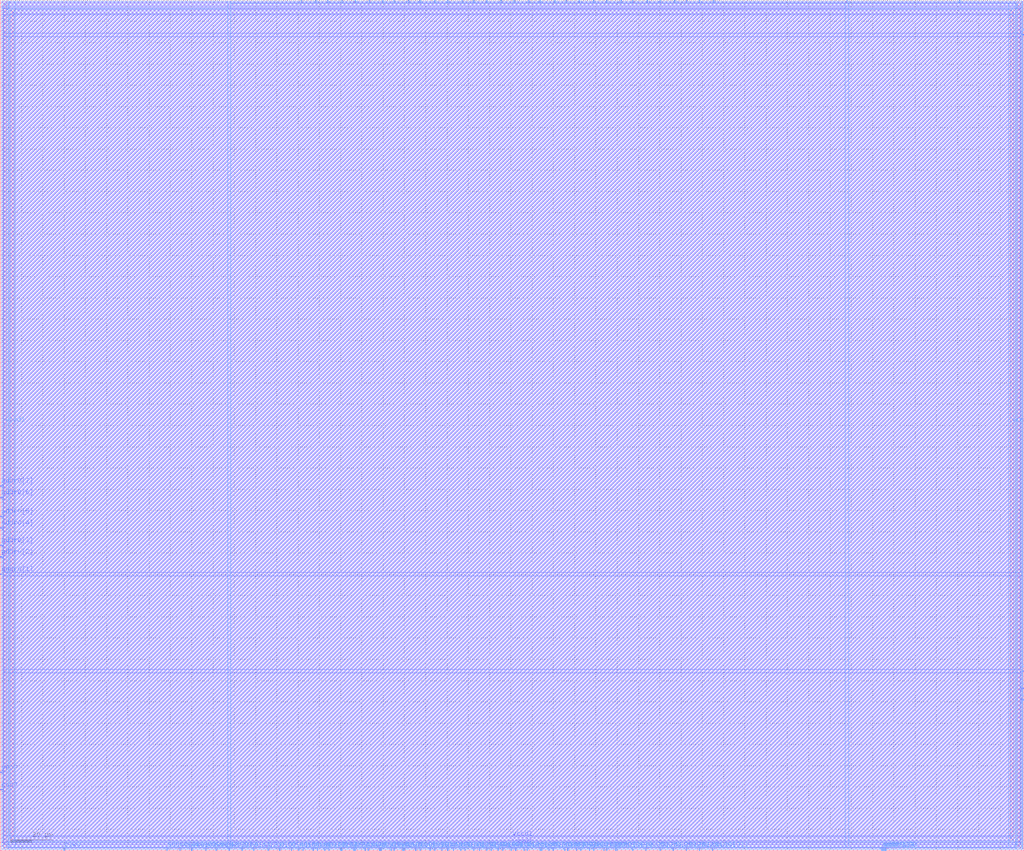
<source format=lef>
VERSION 5.4 ;
NAMESCASESENSITIVE ON ;
BUSBITCHARS "[]" ;
DIVIDERCHAR "/" ;
UNITS
  DATABASE MICRONS 1000 ;
END UNITS
MACRO sky130_sram_1kbyte_1rw1r_32x256_8
   CLASS BLOCK ;
   SIZE 481.14 BY 400.22 ;
   SYMMETRY X Y R90 ;
   PIN din0[0]
      DIRECTION INPUT ;
      PORT
         LAYER met4 ;
         RECT  107.44 0.0 107.82 1.06 ;
      END
   END din0[0]
   PIN din0[1]
      DIRECTION INPUT ;
      PORT
         LAYER met4 ;
         RECT  113.56 0.0 113.94 1.06 ;
      END
   END din0[1]
   PIN din0[2]
      DIRECTION INPUT ;
      PORT
         LAYER met4 ;
         RECT  119.0 0.0 119.38 1.06 ;
      END
   END din0[2]
   PIN din0[3]
      DIRECTION INPUT ;
      PORT
         LAYER met4 ;
         RECT  125.8 0.0 126.18 1.06 ;
      END
   END din0[3]
   PIN din0[4]
      DIRECTION INPUT ;
      PORT
         LAYER met4 ;
         RECT  131.24 0.0 131.62 1.06 ;
      END
   END din0[4]
   PIN din0[5]
      DIRECTION INPUT ;
      PORT
         LAYER met4 ;
         RECT  136.68 0.0 137.06 1.06 ;
      END
   END din0[5]
   PIN din0[6]
      DIRECTION INPUT ;
      PORT
         LAYER met4 ;
         RECT  142.12 0.0 142.5 1.06 ;
      END
   END din0[6]
   PIN din0[7]
      DIRECTION INPUT ;
      PORT
         LAYER met4 ;
         RECT  148.92 0.0 149.3 1.06 ;
      END
   END din0[7]
   PIN din0[8]
      DIRECTION INPUT ;
      PORT
         LAYER met4 ;
         RECT  154.36 0.0 154.74 1.06 ;
      END
   END din0[8]
   PIN din0[9]
      DIRECTION INPUT ;
      PORT
         LAYER met4 ;
         RECT  159.8 0.0 160.18 1.06 ;
      END
   END din0[9]
   PIN din0[10]
      DIRECTION INPUT ;
      PORT
         LAYER met4 ;
         RECT  165.92 0.0 166.3 1.06 ;
      END
   END din0[10]
   PIN din0[11]
      DIRECTION INPUT ;
      PORT
         LAYER met4 ;
         RECT  171.36 0.0 171.74 1.06 ;
      END
   END din0[11]
   PIN din0[12]
      DIRECTION INPUT ;
      PORT
         LAYER met4 ;
         RECT  178.16 0.0 178.54 1.06 ;
      END
   END din0[12]
   PIN din0[13]
      DIRECTION INPUT ;
      PORT
         LAYER met4 ;
         RECT  183.6 0.0 183.98 1.06 ;
      END
   END din0[13]
   PIN din0[14]
      DIRECTION INPUT ;
      PORT
         LAYER met4 ;
         RECT  189.04 0.0 189.42 1.06 ;
      END
   END din0[14]
   PIN din0[15]
      DIRECTION INPUT ;
      PORT
         LAYER met4 ;
         RECT  195.16 0.0 195.54 1.06 ;
      END
   END din0[15]
   PIN din0[16]
      DIRECTION INPUT ;
      PORT
         LAYER met4 ;
         RECT  201.96 0.0 202.34 1.06 ;
      END
   END din0[16]
   PIN din0[17]
      DIRECTION INPUT ;
      PORT
         LAYER met4 ;
         RECT  207.4 0.0 207.78 1.06 ;
      END
   END din0[17]
   PIN din0[18]
      DIRECTION INPUT ;
      PORT
         LAYER met4 ;
         RECT  212.84 0.0 213.22 1.06 ;
      END
   END din0[18]
   PIN din0[19]
      DIRECTION INPUT ;
      PORT
         LAYER met4 ;
         RECT  218.28 0.0 218.66 1.06 ;
      END
   END din0[19]
   PIN din0[20]
      DIRECTION INPUT ;
      PORT
         LAYER met4 ;
         RECT  225.08 0.0 225.46 1.06 ;
      END
   END din0[20]
   PIN din0[21]
      DIRECTION INPUT ;
      PORT
         LAYER met4 ;
         RECT  230.52 0.0 230.9 1.06 ;
      END
   END din0[21]
   PIN din0[22]
      DIRECTION INPUT ;
      PORT
         LAYER met4 ;
         RECT  235.96 0.0 236.34 1.06 ;
      END
   END din0[22]
   PIN din0[23]
      DIRECTION INPUT ;
      PORT
         LAYER met4 ;
         RECT  242.08 0.0 242.46 1.06 ;
      END
   END din0[23]
   PIN din0[24]
      DIRECTION INPUT ;
      PORT
         LAYER met4 ;
         RECT  247.52 0.0 247.9 1.06 ;
      END
   END din0[24]
   PIN din0[25]
      DIRECTION INPUT ;
      PORT
         LAYER met4 ;
         RECT  254.32 0.0 254.7 1.06 ;
      END
   END din0[25]
   PIN din0[26]
      DIRECTION INPUT ;
      PORT
         LAYER met4 ;
         RECT  259.76 0.0 260.14 1.06 ;
      END
   END din0[26]
   PIN din0[27]
      DIRECTION INPUT ;
      PORT
         LAYER met4 ;
         RECT  265.2 0.0 265.58 1.06 ;
      END
   END din0[27]
   PIN din0[28]
      DIRECTION INPUT ;
      PORT
         LAYER met4 ;
         RECT  270.64 0.0 271.02 1.06 ;
      END
   END din0[28]
   PIN din0[29]
      DIRECTION INPUT ;
      PORT
         LAYER met4 ;
         RECT  276.76 0.0 277.14 1.06 ;
      END
   END din0[29]
   PIN din0[30]
      DIRECTION INPUT ;
      PORT
         LAYER met4 ;
         RECT  283.56 0.0 283.94 1.06 ;
      END
   END din0[30]
   PIN din0[31]
      DIRECTION INPUT ;
      PORT
         LAYER met4 ;
         RECT  289.0 0.0 289.38 1.06 ;
      END
   END din0[31]
   PIN addr0[0]
      DIRECTION INPUT ;
      PORT
         LAYER met4 ;
         RECT  78.2 0.0 78.58 1.06 ;
      END
   END addr0[0]
   PIN addr0[1]
      DIRECTION INPUT ;
      PORT
         LAYER met3 ;
         RECT  0.0 129.88 1.06 130.26 ;
      END
   END addr0[1]
   PIN addr0[2]
      DIRECTION INPUT ;
      PORT
         LAYER met3 ;
         RECT  0.0 138.04 1.06 138.42 ;
      END
   END addr0[2]
   PIN addr0[3]
      DIRECTION INPUT ;
      PORT
         LAYER met3 ;
         RECT  0.0 143.48 1.06 143.86 ;
      END
   END addr0[3]
   PIN addr0[4]
      DIRECTION INPUT ;
      PORT
         LAYER met3 ;
         RECT  0.0 151.64 1.06 152.02 ;
      END
   END addr0[4]
   PIN addr0[5]
      DIRECTION INPUT ;
      PORT
         LAYER met3 ;
         RECT  0.0 157.08 1.06 157.46 ;
      END
   END addr0[5]
   PIN addr0[6]
      DIRECTION INPUT ;
      PORT
         LAYER met3 ;
         RECT  0.0 165.92 1.06 166.3 ;
      END
   END addr0[6]
   PIN addr0[7]
      DIRECTION INPUT ;
      PORT
         LAYER met3 ;
         RECT  0.0 171.36 1.06 171.74 ;
      END
   END addr0[7]
   PIN addr1[0]
      DIRECTION INPUT ;
      PORT
         LAYER met4 ;
         RECT  397.8 399.16 398.18 400.22 ;
      END
   END addr1[0]
   PIN addr1[1]
      DIRECTION INPUT ;
      PORT
         LAYER met3 ;
         RECT  480.08 84.32 481.14 84.7 ;
      END
   END addr1[1]
   PIN addr1[2]
      DIRECTION INPUT ;
      PORT
         LAYER met3 ;
         RECT  480.08 76.16 481.14 76.54 ;
      END
   END addr1[2]
   PIN addr1[3]
      DIRECTION INPUT ;
      PORT
         LAYER met3 ;
         RECT  480.08 70.72 481.14 71.1 ;
      END
   END addr1[3]
   PIN addr1[4]
      DIRECTION INPUT ;
      PORT
         LAYER met4 ;
         RECT  416.16 0.0 416.54 1.06 ;
      END
   END addr1[4]
   PIN addr1[5]
      DIRECTION INPUT ;
      PORT
         LAYER met4 ;
         RECT  414.12 0.0 414.5 1.06 ;
      END
   END addr1[5]
   PIN addr1[6]
      DIRECTION INPUT ;
      PORT
         LAYER met4 ;
         RECT  414.8 0.0 415.18 1.06 ;
      END
   END addr1[6]
   PIN addr1[7]
      DIRECTION INPUT ;
      PORT
         LAYER met4 ;
         RECT  415.48 0.0 415.86 1.06 ;
      END
   END addr1[7]
   PIN csb0
      DIRECTION INPUT ;
      PORT
         LAYER met3 ;
         RECT  0.0 28.56 1.06 28.94 ;
      END
   END csb0
   PIN csb1
      DIRECTION INPUT ;
      PORT
         LAYER met3 ;
         RECT  480.08 383.52 481.14 383.9 ;
      END
   END csb1
   PIN web0
      DIRECTION INPUT ;
      PORT
         LAYER met3 ;
         RECT  0.0 36.72 1.06 37.1 ;
      END
   END web0
   PIN clk0
      DIRECTION INPUT ;
      PORT
         LAYER met4 ;
         RECT  29.92 0.0 30.3 1.06 ;
      END
   END clk0
   PIN clk1
      DIRECTION INPUT ;
      PORT
         LAYER met4 ;
         RECT  450.84 399.16 451.22 400.22 ;
      END
   END clk1
   PIN wmask0[0]
      DIRECTION INPUT ;
      PORT
         LAYER met4 ;
         RECT  84.32 0.0 84.7 1.06 ;
      END
   END wmask0[0]
   PIN wmask0[1]
      DIRECTION INPUT ;
      PORT
         LAYER met4 ;
         RECT  89.76 0.0 90.14 1.06 ;
      END
   END wmask0[1]
   PIN wmask0[2]
      DIRECTION INPUT ;
      PORT
         LAYER met4 ;
         RECT  96.56 0.0 96.94 1.06 ;
      END
   END wmask0[2]
   PIN wmask0[3]
      DIRECTION INPUT ;
      PORT
         LAYER met4 ;
         RECT  101.32 0.0 101.7 1.06 ;
      END
   END wmask0[3]
   PIN dout0[0]
      DIRECTION OUTPUT ;
      PORT
         LAYER met4 ;
         RECT  140.08 0.0 140.46 1.06 ;
      END
   END dout0[0]
   PIN dout0[1]
      DIRECTION OUTPUT ;
      PORT
         LAYER met4 ;
         RECT  146.88 0.0 147.26 1.06 ;
      END
   END dout0[1]
   PIN dout0[2]
      DIRECTION OUTPUT ;
      PORT
         LAYER met4 ;
         RECT  152.32 0.0 152.7 1.06 ;
      END
   END dout0[2]
   PIN dout0[3]
      DIRECTION OUTPUT ;
      PORT
         LAYER met4 ;
         RECT  160.48 0.0 160.86 1.06 ;
      END
   END dout0[3]
   PIN dout0[4]
      DIRECTION OUTPUT ;
      PORT
         LAYER met4 ;
         RECT  166.6 0.0 166.98 1.06 ;
      END
   END dout0[4]
   PIN dout0[5]
      DIRECTION OUTPUT ;
      PORT
         LAYER met4 ;
         RECT  172.72 0.0 173.1 1.06 ;
      END
   END dout0[5]
   PIN dout0[6]
      DIRECTION OUTPUT ;
      PORT
         LAYER met4 ;
         RECT  178.84 0.0 179.22 1.06 ;
      END
   END dout0[6]
   PIN dout0[7]
      DIRECTION OUTPUT ;
      PORT
         LAYER met4 ;
         RECT  184.96 0.0 185.34 1.06 ;
      END
   END dout0[7]
   PIN dout0[8]
      DIRECTION OUTPUT ;
      PORT
         LAYER met4 ;
         RECT  189.72 0.0 190.1 1.06 ;
      END
   END dout0[8]
   PIN dout0[9]
      DIRECTION OUTPUT ;
      PORT
         LAYER met4 ;
         RECT  197.2 0.0 197.58 1.06 ;
      END
   END dout0[9]
   PIN dout0[10]
      DIRECTION OUTPUT ;
      PORT
         LAYER met4 ;
         RECT  204.0 0.0 204.38 1.06 ;
      END
   END dout0[10]
   PIN dout0[11]
      DIRECTION OUTPUT ;
      PORT
         LAYER met4 ;
         RECT  210.12 0.0 210.5 1.06 ;
      END
   END dout0[11]
   PIN dout0[12]
      DIRECTION OUTPUT ;
      PORT
         LAYER met4 ;
         RECT  216.24 0.0 216.62 1.06 ;
      END
   END dout0[12]
   PIN dout0[13]
      DIRECTION OUTPUT ;
      PORT
         LAYER met4 ;
         RECT  222.36 0.0 222.74 1.06 ;
      END
   END dout0[13]
   PIN dout0[14]
      DIRECTION OUTPUT ;
      PORT
         LAYER met4 ;
         RECT  228.48 0.0 228.86 1.06 ;
      END
   END dout0[14]
   PIN dout0[15]
      DIRECTION OUTPUT ;
      PORT
         LAYER met4 ;
         RECT  233.92 0.0 234.3 1.06 ;
      END
   END dout0[15]
   PIN dout0[16]
      DIRECTION OUTPUT ;
      PORT
         LAYER met4 ;
         RECT  240.04 0.0 240.42 1.06 ;
      END
   END dout0[16]
   PIN dout0[17]
      DIRECTION OUTPUT ;
      PORT
         LAYER met4 ;
         RECT  246.16 0.0 246.54 1.06 ;
      END
   END dout0[17]
   PIN dout0[18]
      DIRECTION OUTPUT ;
      PORT
         LAYER met4 ;
         RECT  253.64 0.0 254.02 1.06 ;
      END
   END dout0[18]
   PIN dout0[19]
      DIRECTION OUTPUT ;
      PORT
         LAYER met4 ;
         RECT  257.72 0.0 258.1 1.06 ;
      END
   END dout0[19]
   PIN dout0[20]
      DIRECTION OUTPUT ;
      PORT
         LAYER met4 ;
         RECT  266.56 0.0 266.94 1.06 ;
      END
   END dout0[20]
   PIN dout0[21]
      DIRECTION OUTPUT ;
      PORT
         LAYER met4 ;
         RECT  272.68 0.0 273.06 1.06 ;
      END
   END dout0[21]
   PIN dout0[22]
      DIRECTION OUTPUT ;
      PORT
         LAYER met4 ;
         RECT  278.8 0.0 279.18 1.06 ;
      END
   END dout0[22]
   PIN dout0[23]
      DIRECTION OUTPUT ;
      PORT
         LAYER met4 ;
         RECT  284.92 0.0 285.3 1.06 ;
      END
   END dout0[23]
   PIN dout0[24]
      DIRECTION OUTPUT ;
      PORT
         LAYER met4 ;
         RECT  289.68 0.0 290.06 1.06 ;
      END
   END dout0[24]
   PIN dout0[25]
      DIRECTION OUTPUT ;
      PORT
         LAYER met4 ;
         RECT  297.16 0.0 297.54 1.06 ;
      END
   END dout0[25]
   PIN dout0[26]
      DIRECTION OUTPUT ;
      PORT
         LAYER met4 ;
         RECT  303.28 0.0 303.66 1.06 ;
      END
   END dout0[26]
   PIN dout0[27]
      DIRECTION OUTPUT ;
      PORT
         LAYER met4 ;
         RECT  310.08 0.0 310.46 1.06 ;
      END
   END dout0[27]
   PIN dout0[28]
      DIRECTION OUTPUT ;
      PORT
         LAYER met4 ;
         RECT  316.2 0.0 316.58 1.06 ;
      END
   END dout0[28]
   PIN dout0[29]
      DIRECTION OUTPUT ;
      PORT
         LAYER met4 ;
         RECT  322.32 0.0 322.7 1.06 ;
      END
   END dout0[29]
   PIN dout0[30]
      DIRECTION OUTPUT ;
      PORT
         LAYER met4 ;
         RECT  328.44 0.0 328.82 1.06 ;
      END
   END dout0[30]
   PIN dout0[31]
      DIRECTION OUTPUT ;
      PORT
         LAYER met4 ;
         RECT  334.56 0.0 334.94 1.06 ;
      END
   END dout0[31]
   PIN dout1[0]
      DIRECTION OUTPUT ;
      PORT
         LAYER met4 ;
         RECT  141.44 399.16 141.82 400.22 ;
      END
   END dout1[0]
   PIN dout1[1]
      DIRECTION OUTPUT ;
      PORT
         LAYER met4 ;
         RECT  148.24 399.16 148.62 400.22 ;
      END
   END dout1[1]
   PIN dout1[2]
      DIRECTION OUTPUT ;
      PORT
         LAYER met4 ;
         RECT  153.68 399.16 154.06 400.22 ;
      END
   END dout1[2]
   PIN dout1[3]
      DIRECTION OUTPUT ;
      PORT
         LAYER met4 ;
         RECT  160.48 399.16 160.86 400.22 ;
      END
   END dout1[3]
   PIN dout1[4]
      DIRECTION OUTPUT ;
      PORT
         LAYER met4 ;
         RECT  166.6 399.16 166.98 400.22 ;
      END
   END dout1[4]
   PIN dout1[5]
      DIRECTION OUTPUT ;
      PORT
         LAYER met4 ;
         RECT  173.4 399.16 173.78 400.22 ;
      END
   END dout1[5]
   PIN dout1[6]
      DIRECTION OUTPUT ;
      PORT
         LAYER met4 ;
         RECT  179.52 399.16 179.9 400.22 ;
      END
   END dout1[6]
   PIN dout1[7]
      DIRECTION OUTPUT ;
      PORT
         LAYER met4 ;
         RECT  184.96 399.16 185.34 400.22 ;
      END
   END dout1[7]
   PIN dout1[8]
      DIRECTION OUTPUT ;
      PORT
         LAYER met4 ;
         RECT  191.76 399.16 192.14 400.22 ;
      END
   END dout1[8]
   PIN dout1[9]
      DIRECTION OUTPUT ;
      PORT
         LAYER met4 ;
         RECT  197.2 399.16 197.58 400.22 ;
      END
   END dout1[9]
   PIN dout1[10]
      DIRECTION OUTPUT ;
      PORT
         LAYER met4 ;
         RECT  204.0 399.16 204.38 400.22 ;
      END
   END dout1[10]
   PIN dout1[11]
      DIRECTION OUTPUT ;
      PORT
         LAYER met4 ;
         RECT  210.12 399.16 210.5 400.22 ;
      END
   END dout1[11]
   PIN dout1[12]
      DIRECTION OUTPUT ;
      PORT
         LAYER met4 ;
         RECT  216.92 399.16 217.3 400.22 ;
      END
   END dout1[12]
   PIN dout1[13]
      DIRECTION OUTPUT ;
      PORT
         LAYER met4 ;
         RECT  222.36 399.16 222.74 400.22 ;
      END
   END dout1[13]
   PIN dout1[14]
      DIRECTION OUTPUT ;
      PORT
         LAYER met4 ;
         RECT  228.48 399.16 228.86 400.22 ;
      END
   END dout1[14]
   PIN dout1[15]
      DIRECTION OUTPUT ;
      PORT
         LAYER met4 ;
         RECT  235.28 399.16 235.66 400.22 ;
      END
   END dout1[15]
   PIN dout1[16]
      DIRECTION OUTPUT ;
      PORT
         LAYER met4 ;
         RECT  241.4 399.16 241.78 400.22 ;
      END
   END dout1[16]
   PIN dout1[17]
      DIRECTION OUTPUT ;
      PORT
         LAYER met4 ;
         RECT  248.2 399.16 248.58 400.22 ;
      END
   END dout1[17]
   PIN dout1[18]
      DIRECTION OUTPUT ;
      PORT
         LAYER met4 ;
         RECT  253.64 399.16 254.02 400.22 ;
      END
   END dout1[18]
   PIN dout1[19]
      DIRECTION OUTPUT ;
      PORT
         LAYER met4 ;
         RECT  260.44 399.16 260.82 400.22 ;
      END
   END dout1[19]
   PIN dout1[20]
      DIRECTION OUTPUT ;
      PORT
         LAYER met4 ;
         RECT  265.88 399.16 266.26 400.22 ;
      END
   END dout1[20]
   PIN dout1[21]
      DIRECTION OUTPUT ;
      PORT
         LAYER met4 ;
         RECT  272.0 399.16 272.38 400.22 ;
      END
   END dout1[21]
   PIN dout1[22]
      DIRECTION OUTPUT ;
      PORT
         LAYER met4 ;
         RECT  278.8 399.16 279.18 400.22 ;
      END
   END dout1[22]
   PIN dout1[23]
      DIRECTION OUTPUT ;
      PORT
         LAYER met4 ;
         RECT  284.92 399.16 285.3 400.22 ;
      END
   END dout1[23]
   PIN dout1[24]
      DIRECTION OUTPUT ;
      PORT
         LAYER met4 ;
         RECT  291.72 399.16 292.1 400.22 ;
      END
   END dout1[24]
   PIN dout1[25]
      DIRECTION OUTPUT ;
      PORT
         LAYER met4 ;
         RECT  297.16 399.16 297.54 400.22 ;
      END
   END dout1[25]
   PIN dout1[26]
      DIRECTION OUTPUT ;
      PORT
         LAYER met4 ;
         RECT  303.96 399.16 304.34 400.22 ;
      END
   END dout1[26]
   PIN dout1[27]
      DIRECTION OUTPUT ;
      PORT
         LAYER met4 ;
         RECT  310.08 399.16 310.46 400.22 ;
      END
   END dout1[27]
   PIN dout1[28]
      DIRECTION OUTPUT ;
      PORT
         LAYER met4 ;
         RECT  316.88 399.16 317.26 400.22 ;
      END
   END dout1[28]
   PIN dout1[29]
      DIRECTION OUTPUT ;
      PORT
         LAYER met4 ;
         RECT  322.32 399.16 322.7 400.22 ;
      END
   END dout1[29]
   PIN dout1[30]
      DIRECTION OUTPUT ;
      PORT
         LAYER met4 ;
         RECT  328.44 399.16 328.82 400.22 ;
      END
   END dout1[30]
   PIN dout1[31]
      DIRECTION OUTPUT ;
      PORT
         LAYER met4 ;
         RECT  335.24 399.16 335.62 400.22 ;
      END
   END dout1[31]
   PIN vccd1
      DIRECTION INOUT ;
      USE POWER ; 
      SHAPE ABUTMENT ; 
      PORT
         LAYER met4 ;
         RECT  4.76 4.76 6.5 395.46 ;
         LAYER met4 ;
         RECT  474.64 4.76 476.38 395.46 ;
         LAYER met3 ;
         RECT  4.76 393.72 476.38 395.46 ;
         LAYER met3 ;
         RECT  4.76 4.76 476.38 6.5 ;
      END
   END vccd1
   PIN vssd1
      DIRECTION INOUT ;
      USE GROUND ; 
      SHAPE ABUTMENT ; 
      PORT
         LAYER met4 ;
         RECT  478.04 1.36 479.78 398.86 ;
         LAYER met3 ;
         RECT  1.36 397.12 479.78 398.86 ;
         LAYER met4 ;
         RECT  1.36 1.36 3.1 398.86 ;
         LAYER met3 ;
         RECT  1.36 1.36 479.78 3.1 ;
      END
   END vssd1
   OBS
   LAYER  met1 ;
      RECT  0.62 0.62 480.52 399.6 ;
   LAYER  met2 ;
      RECT  0.62 0.62 480.52 399.6 ;
   LAYER  met3 ;
      RECT  1.66 129.28 480.52 130.86 ;
      RECT  0.62 130.86 1.66 137.44 ;
      RECT  0.62 139.02 1.66 142.88 ;
      RECT  0.62 144.46 1.66 151.04 ;
      RECT  0.62 152.62 1.66 156.48 ;
      RECT  0.62 158.06 1.66 165.32 ;
      RECT  0.62 166.9 1.66 170.76 ;
      RECT  1.66 83.72 479.48 85.3 ;
      RECT  1.66 85.3 479.48 129.28 ;
      RECT  479.48 85.3 480.52 129.28 ;
      RECT  479.48 77.14 480.52 83.72 ;
      RECT  479.48 71.7 480.52 75.56 ;
      RECT  1.66 130.86 479.48 382.92 ;
      RECT  1.66 382.92 479.48 384.5 ;
      RECT  479.48 130.86 480.52 382.92 ;
      RECT  0.62 29.54 1.66 36.12 ;
      RECT  0.62 37.7 1.66 129.28 ;
      RECT  1.66 384.5 4.16 393.12 ;
      RECT  1.66 393.12 4.16 396.06 ;
      RECT  4.16 384.5 476.98 393.12 ;
      RECT  476.98 384.5 479.48 393.12 ;
      RECT  476.98 393.12 479.48 396.06 ;
      RECT  1.66 4.16 4.16 7.1 ;
      RECT  1.66 7.1 4.16 83.72 ;
      RECT  4.16 7.1 476.98 83.72 ;
      RECT  476.98 4.16 479.48 7.1 ;
      RECT  476.98 7.1 479.48 83.72 ;
      RECT  0.62 172.34 0.76 396.52 ;
      RECT  0.62 396.52 0.76 399.46 ;
      RECT  0.62 399.46 0.76 399.6 ;
      RECT  0.76 172.34 1.66 396.52 ;
      RECT  0.76 399.46 1.66 399.6 ;
      RECT  479.48 384.5 480.38 396.52 ;
      RECT  479.48 399.46 480.38 399.6 ;
      RECT  480.38 384.5 480.52 396.52 ;
      RECT  480.38 396.52 480.52 399.46 ;
      RECT  480.38 399.46 480.52 399.6 ;
      RECT  1.66 396.06 4.16 396.52 ;
      RECT  1.66 399.46 4.16 399.6 ;
      RECT  4.16 396.06 476.98 396.52 ;
      RECT  4.16 399.46 476.98 399.6 ;
      RECT  476.98 396.06 479.48 396.52 ;
      RECT  476.98 399.46 479.48 399.6 ;
      RECT  479.48 0.62 480.38 0.76 ;
      RECT  479.48 3.7 480.38 70.12 ;
      RECT  480.38 0.62 480.52 0.76 ;
      RECT  480.38 0.76 480.52 3.7 ;
      RECT  480.38 3.7 480.52 70.12 ;
      RECT  0.62 0.62 0.76 0.76 ;
      RECT  0.62 0.76 0.76 3.7 ;
      RECT  0.62 3.7 0.76 27.96 ;
      RECT  0.76 0.62 1.66 0.76 ;
      RECT  0.76 3.7 1.66 27.96 ;
      RECT  1.66 0.62 4.16 0.76 ;
      RECT  1.66 3.7 4.16 4.16 ;
      RECT  4.16 0.62 476.98 0.76 ;
      RECT  4.16 3.7 476.98 4.16 ;
      RECT  476.98 0.62 479.48 0.76 ;
      RECT  476.98 3.7 479.48 4.16 ;
   LAYER  met4 ;
      RECT  106.84 1.66 108.42 399.6 ;
      RECT  108.42 0.62 112.96 1.66 ;
      RECT  114.54 0.62 118.4 1.66 ;
      RECT  119.98 0.62 125.2 1.66 ;
      RECT  126.78 0.62 130.64 1.66 ;
      RECT  132.22 0.62 136.08 1.66 ;
      RECT  155.34 0.62 159.2 1.66 ;
      RECT  260.74 0.62 264.6 1.66 ;
      RECT  108.42 1.66 397.2 398.56 ;
      RECT  397.2 1.66 398.78 398.56 ;
      RECT  30.9 0.62 77.6 1.66 ;
      RECT  398.78 398.56 450.24 399.6 ;
      RECT  79.18 0.62 83.72 1.66 ;
      RECT  85.3 0.62 89.16 1.66 ;
      RECT  90.74 0.62 95.96 1.66 ;
      RECT  97.54 0.62 100.72 1.66 ;
      RECT  102.3 0.62 106.84 1.66 ;
      RECT  137.66 0.62 139.48 1.66 ;
      RECT  141.06 0.62 141.52 1.66 ;
      RECT  143.1 0.62 146.28 1.66 ;
      RECT  147.86 0.62 148.32 1.66 ;
      RECT  149.9 0.62 151.72 1.66 ;
      RECT  153.3 0.62 153.76 1.66 ;
      RECT  161.46 0.62 165.32 1.66 ;
      RECT  167.58 0.62 170.76 1.66 ;
      RECT  173.7 0.62 177.56 1.66 ;
      RECT  179.82 0.62 183.0 1.66 ;
      RECT  185.94 0.62 188.44 1.66 ;
      RECT  190.7 0.62 194.56 1.66 ;
      RECT  196.14 0.62 196.6 1.66 ;
      RECT  198.18 0.62 201.36 1.66 ;
      RECT  202.94 0.62 203.4 1.66 ;
      RECT  204.98 0.62 206.8 1.66 ;
      RECT  208.38 0.62 209.52 1.66 ;
      RECT  211.1 0.62 212.24 1.66 ;
      RECT  213.82 0.62 215.64 1.66 ;
      RECT  217.22 0.62 217.68 1.66 ;
      RECT  219.26 0.62 221.76 1.66 ;
      RECT  223.34 0.62 224.48 1.66 ;
      RECT  226.06 0.62 227.88 1.66 ;
      RECT  229.46 0.62 229.92 1.66 ;
      RECT  231.5 0.62 233.32 1.66 ;
      RECT  234.9 0.62 235.36 1.66 ;
      RECT  236.94 0.62 239.44 1.66 ;
      RECT  241.02 0.62 241.48 1.66 ;
      RECT  243.06 0.62 245.56 1.66 ;
      RECT  248.5 0.62 253.04 1.66 ;
      RECT  255.3 0.62 257.12 1.66 ;
      RECT  258.7 0.62 259.16 1.66 ;
      RECT  267.54 0.62 270.04 1.66 ;
      RECT  271.62 0.62 272.08 1.66 ;
      RECT  273.66 0.62 276.16 1.66 ;
      RECT  277.74 0.62 278.2 1.66 ;
      RECT  279.78 0.62 282.96 1.66 ;
      RECT  285.9 0.62 288.4 1.66 ;
      RECT  290.66 0.62 296.56 1.66 ;
      RECT  298.14 0.62 302.68 1.66 ;
      RECT  304.26 0.62 309.48 1.66 ;
      RECT  311.06 0.62 315.6 1.66 ;
      RECT  317.18 0.62 321.72 1.66 ;
      RECT  323.3 0.62 327.84 1.66 ;
      RECT  329.42 0.62 333.96 1.66 ;
      RECT  335.54 0.62 413.52 1.66 ;
      RECT  108.42 398.56 140.84 399.6 ;
      RECT  142.42 398.56 147.64 399.6 ;
      RECT  149.22 398.56 153.08 399.6 ;
      RECT  154.66 398.56 159.88 399.6 ;
      RECT  161.46 398.56 166.0 399.6 ;
      RECT  167.58 398.56 172.8 399.6 ;
      RECT  174.38 398.56 178.92 399.6 ;
      RECT  180.5 398.56 184.36 399.6 ;
      RECT  185.94 398.56 191.16 399.6 ;
      RECT  192.74 398.56 196.6 399.6 ;
      RECT  198.18 398.56 203.4 399.6 ;
      RECT  204.98 398.56 209.52 399.6 ;
      RECT  211.1 398.56 216.32 399.6 ;
      RECT  217.9 398.56 221.76 399.6 ;
      RECT  223.34 398.56 227.88 399.6 ;
      RECT  229.46 398.56 234.68 399.6 ;
      RECT  236.26 398.56 240.8 399.6 ;
      RECT  242.38 398.56 247.6 399.6 ;
      RECT  249.18 398.56 253.04 399.6 ;
      RECT  254.62 398.56 259.84 399.6 ;
      RECT  261.42 398.56 265.28 399.6 ;
      RECT  266.86 398.56 271.4 399.6 ;
      RECT  272.98 398.56 278.2 399.6 ;
      RECT  279.78 398.56 284.32 399.6 ;
      RECT  285.9 398.56 291.12 399.6 ;
      RECT  292.7 398.56 296.56 399.6 ;
      RECT  298.14 398.56 303.36 399.6 ;
      RECT  304.94 398.56 309.48 399.6 ;
      RECT  311.06 398.56 316.28 399.6 ;
      RECT  317.86 398.56 321.72 399.6 ;
      RECT  323.3 398.56 327.84 399.6 ;
      RECT  329.42 398.56 334.64 399.6 ;
      RECT  336.22 398.56 397.2 399.6 ;
      RECT  4.16 1.66 7.1 4.16 ;
      RECT  4.16 396.06 7.1 399.6 ;
      RECT  7.1 1.66 106.84 4.16 ;
      RECT  7.1 4.16 106.84 396.06 ;
      RECT  7.1 396.06 106.84 399.6 ;
      RECT  398.78 1.66 474.04 4.16 ;
      RECT  398.78 4.16 474.04 396.06 ;
      RECT  398.78 396.06 474.04 398.56 ;
      RECT  474.04 1.66 476.98 4.16 ;
      RECT  474.04 396.06 476.98 398.56 ;
      RECT  417.14 0.62 477.44 0.76 ;
      RECT  417.14 0.76 477.44 1.66 ;
      RECT  477.44 0.62 480.38 0.76 ;
      RECT  480.38 0.62 480.52 0.76 ;
      RECT  480.38 0.76 480.52 1.66 ;
      RECT  451.82 398.56 477.44 399.46 ;
      RECT  451.82 399.46 477.44 399.6 ;
      RECT  477.44 399.46 480.38 399.6 ;
      RECT  480.38 398.56 480.52 399.46 ;
      RECT  480.38 399.46 480.52 399.6 ;
      RECT  476.98 1.66 477.44 4.16 ;
      RECT  480.38 1.66 480.52 4.16 ;
      RECT  476.98 4.16 477.44 396.06 ;
      RECT  480.38 4.16 480.52 396.06 ;
      RECT  476.98 396.06 477.44 398.56 ;
      RECT  480.38 396.06 480.52 398.56 ;
      RECT  0.62 0.62 0.76 0.76 ;
      RECT  0.62 0.76 0.76 1.66 ;
      RECT  0.76 0.62 3.7 0.76 ;
      RECT  3.7 0.62 29.32 0.76 ;
      RECT  3.7 0.76 29.32 1.66 ;
      RECT  0.62 1.66 0.76 4.16 ;
      RECT  3.7 1.66 4.16 4.16 ;
      RECT  0.62 4.16 0.76 396.06 ;
      RECT  3.7 4.16 4.16 396.06 ;
      RECT  0.62 396.06 0.76 399.46 ;
      RECT  0.62 399.46 0.76 399.6 ;
      RECT  0.76 399.46 3.7 399.6 ;
      RECT  3.7 396.06 4.16 399.46 ;
      RECT  3.7 399.46 4.16 399.6 ;
   END
END    sky130_sram_1kbyte_1rw1r_32x256_8
END    LIBRARY

</source>
